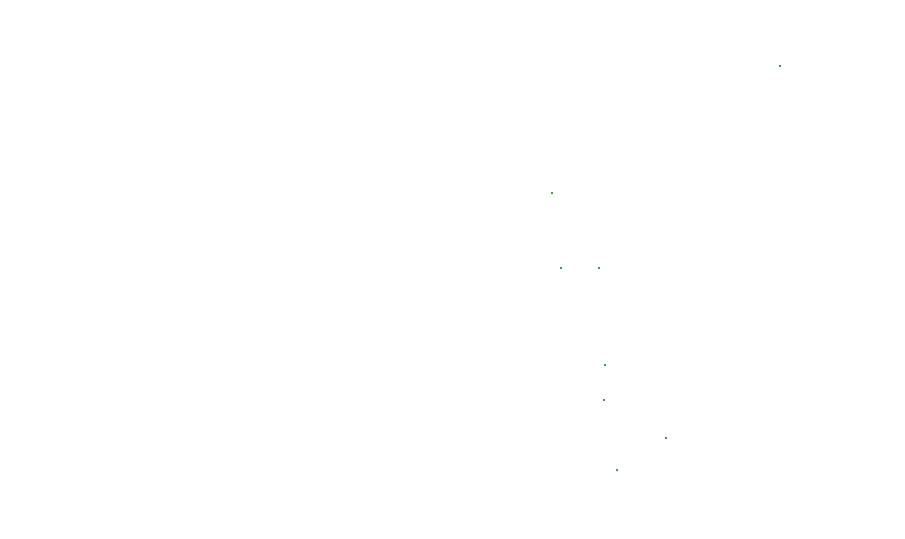
<source format=gbr>
%TF.GenerationSoftware,Altium Limited,Altium Designer,23.4.1 (23)*%
G04 Layer_Color=0*
%FSLAX45Y45*%
%MOMM*%
%TF.SameCoordinates,C80D94D6-ACD9-4930-820E-424AA932BAC3*%
%TF.FilePolarity,Positive*%
%TF.FileFunction,Plated,1,3,Blind,Drill*%
%TF.Part,Single*%
G01*
G75*
%TA.AperFunction,ViaDrill,NotFilled*%
%ADD88C,0.15000*%
%ADD89C,0.20000*%
%ADD90C,0.30000*%
D88*
X12470000Y7660000D02*
D03*
X12566265Y7906265D02*
D03*
X12390000Y8460000D02*
D03*
X12630000Y7816321D02*
D03*
X12390000Y8700000D02*
D03*
Y8620000D02*
D03*
X13030000Y8460000D02*
D03*
X12148342Y8138342D02*
D03*
X15460001Y7470000D02*
D03*
X12470000Y8700000D02*
D03*
X13630000Y7570000D02*
D03*
X14260001Y7130000D02*
D03*
X12790000Y7660000D02*
D03*
X12710000Y7740000D02*
D03*
X13189999D02*
D03*
X14030000Y7630000D02*
D03*
X13110001Y8380000D02*
D03*
X14150000Y8230000D02*
D03*
X14758342Y8601658D02*
D03*
X11740000Y7980000D02*
D03*
X12470000Y7900000D02*
D03*
X10580000Y7730000D02*
D03*
X13610001Y7892500D02*
D03*
X13270000Y6240000D02*
D03*
X13020000Y5580000D02*
D03*
X12970000Y5290000D02*
D03*
X11860000Y7460000D02*
D03*
X11007500Y5475000D02*
D03*
X10927500Y5487500D02*
D03*
X11490000Y7170000D02*
D03*
X12950000Y8617700D02*
D03*
X13110001Y8620000D02*
D03*
X12790000Y8540000D02*
D03*
X12470000D02*
D03*
X14630000Y8060000D02*
D03*
X14400000Y7010000D02*
D03*
X14320000Y6870000D02*
D03*
X15260001Y7830000D02*
D03*
X14020000Y7180000D02*
D03*
X13430000Y5500000D02*
D03*
X13699915Y6730085D02*
D03*
X13339999Y7290000D02*
D03*
X13352982Y7382981D02*
D03*
X13600000Y6700000D02*
D03*
X13270000Y7500000D02*
D03*
X13889999Y7120000D02*
D03*
X13770000Y6770000D02*
D03*
X13189999Y7500000D02*
D03*
X13480000Y7330000D02*
D03*
X13189999Y7580000D02*
D03*
X13030000Y7740000D02*
D03*
X17117981Y9577981D02*
D03*
X17030000Y9620000D02*
D03*
X11970000Y7700000D02*
D03*
X12150000Y7820000D02*
D03*
X11980000Y7860000D02*
D03*
Y8020000D02*
D03*
Y8210000D02*
D03*
X10530000Y8290000D02*
D03*
X10430000Y8390000D02*
D03*
X10120000Y8320000D02*
D03*
X9940000Y8400000D02*
D03*
X9950000Y8490000D02*
D03*
X9830000Y8470000D02*
D03*
X12190000Y7337500D02*
D03*
X12275000Y7350000D02*
D03*
X12312500Y7740000D02*
D03*
X12315000Y7660000D02*
D03*
X11135000Y5545000D02*
D03*
X11235000Y5555000D02*
D03*
X11335000Y5575000D02*
D03*
X11445000Y5607500D02*
D03*
X11545000Y5615000D02*
D03*
X11675000Y5635000D02*
D03*
X11800000Y5650000D02*
D03*
X11880000Y5615000D02*
D03*
X11977500Y5580000D02*
D03*
X12047500Y5545000D02*
D03*
X13189999Y7980000D02*
D03*
X16177499Y7200000D02*
D03*
X16175000Y7250000D02*
D03*
D89*
X14310001Y8100000D02*
D03*
X16239999Y9180000D02*
D03*
D90*
X14760001Y6650000D02*
D03*
X14750000Y6350000D02*
D03*
X14389999Y7470000D02*
D03*
X14710001D02*
D03*
X15275000Y6025000D02*
D03*
X14860001Y5760000D02*
D03*
%TF.MD5,e049a31d76f220f9c618c809f19da85f*%
M02*

</source>
